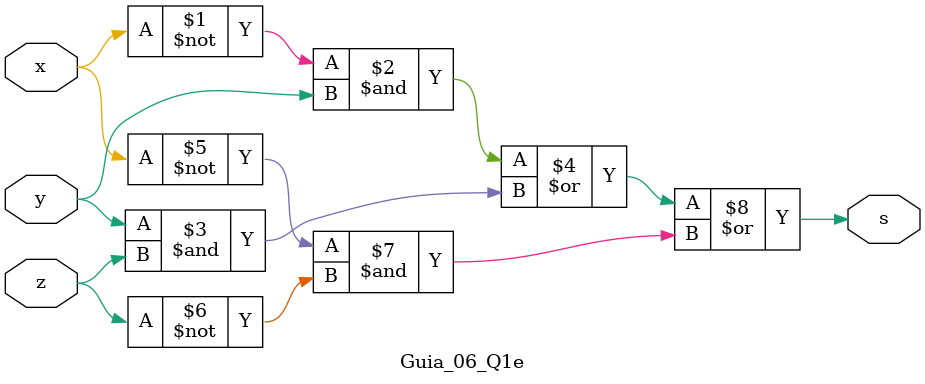
<source format=v>
/*
870863_Gabriel_Matos_Nogueira
Guia_06.v
*/

// a) f(x,y,z) = x' . z + y . z
module Guia_06_Q1a (output s, input x, y, z);
  assign s = (~x & z) | (y & z);
endmodule

// b) f(x,y,z) = x' . z' + y . z'
module Guia_06_Q1b (output s, input x, y, z);
  assign s = (~x & ~z) | (y & ~z);
endmodule

// c) f(x,y,z) = y' . z + y . z'
module Guia_06_Q1c (output s, input x, y, z);
  assign s = (~y & z) | (y & ~z);
endmodule

// d) f(x,y,z) = x'. y' . z + y . z' + x . z'
module Guia_06_Q1d (output s, input x, y, z);
  assign s = (~x & ~y & z) | (y & ~z) | (x & ~z);
endmodule

// f(x,y,z) = x' . y + y . z + x' . z'
module Guia_06_Q1e (output s, input x, y, z);
  assign s = (~x & y) | (y & z) | (~x & ~z);
endmodule
</source>
